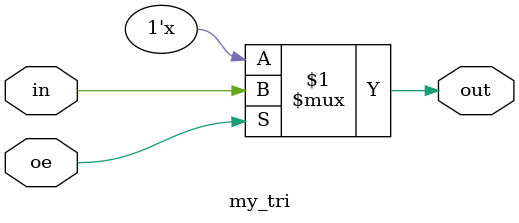
<source format=v>
module my_tri(in, oe, out);
    input in, oe;
    output out;
    assign out = oe ? in : 1'bz;
endmodule
</source>
